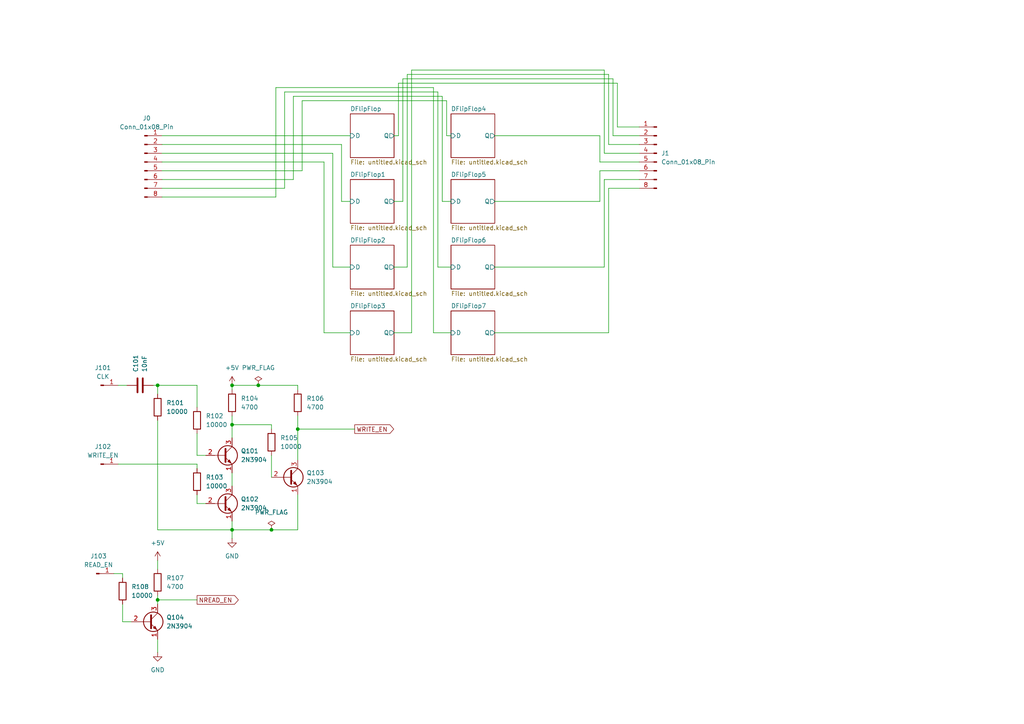
<source format=kicad_sch>
(kicad_sch (version 20250114) (generator "eeschema") (generator_version "9.0")
  (paper "A4")
  (lib_symbols
    (symbol "Connector:Conn_01x01_Pin" (pin_names (offset 1.016) (hide yes))
      (property "Reference" "J" (at 0 2.54 0))
      (property "Value" "Conn_01x01_Pin" (at 0 -2.54 0))
      (symbol "Conn_01x01_Pin_1_1"
        (rectangle (start 0.8636 0.127) (end 0 -0.127) (stroke (width 0.1524)) (fill (type outline)))
        (polyline (pts (xy 1.27 0) (xy 0.8636 0)) (stroke (width 0.1524)))
        (pin passive line (at 5.08 0 180) (length 3.81) (name "Pin_1") (number "1"))
      )
    )
    (symbol "Connector:Conn_01x08_Pin" (pin_names (offset 1.016) (hide yes))
      (property "Reference" "J" (at 0 10.16 0))
      (property "Value" "Conn_01x08_Pin" (at 0 -12.7 0))
      (symbol "Conn_01x08_Pin_1_1"
        (rectangle (start 0.8636 7.747) (end 0 7.493) (stroke (width 0.1524)) (fill (type outline)))
        (rectangle (start 0.8636 5.207) (end 0 4.953) (stroke (width 0.1524)) (fill (type outline)))
        (rectangle (start 0.8636 2.667) (end 0 2.413) (stroke (width 0.1524)) (fill (type outline)))
        (rectangle (start 0.8636 0.127) (end 0 -0.127) (stroke (width 0.1524)) (fill (type outline)))
        (rectangle (start 0.8636 -2.413) (end 0 -2.667) (stroke (width 0.1524)) (fill (type outline)))
        (rectangle (start 0.8636 -4.953) (end 0 -5.207) (stroke (width 0.1524)) (fill (type outline)))
        (rectangle (start 0.8636 -7.493) (end 0 -7.747) (stroke (width 0.1524)) (fill (type outline)))
        (rectangle (start 0.8636 -10.033) (end 0 -10.287) (stroke (width 0.1524)) (fill (type outline)))
        (polyline (pts (xy 1.27 7.62) (xy 0.8636 7.62)) (stroke (width 0.1524)))
        (polyline (pts (xy 1.27 5.08) (xy 0.8636 5.08)) (stroke (width 0.1524)))
        (polyline (pts (xy 1.27 2.54) (xy 0.8636 2.54)) (stroke (width 0.1524)))
        (polyline (pts (xy 1.27 0) (xy 0.8636 0)) (stroke (width 0.1524)))
        (polyline (pts (xy 1.27 -2.54) (xy 0.8636 -2.54)) (stroke (width 0.1524)))
        (polyline (pts (xy 1.27 -5.08) (xy 0.8636 -5.08)) (stroke (width 0.1524)))
        (polyline (pts (xy 1.27 -7.62) (xy 0.8636 -7.62)) (stroke (width 0.1524)))
        (polyline (pts (xy 1.27 -10.16) (xy 0.8636 -10.16)) (stroke (width 0.1524)))
        (pin passive line (at 5.08 7.62 180) (length 3.81) (name "Pin_1") (number "1"))
        (pin passive line (at 5.08 5.08 180) (length 3.81) (name "Pin_2") (number "2"))
        (pin passive line (at 5.08 2.54 180) (length 3.81) (name "Pin_3") (number "3"))
        (pin passive line (at 5.08 0 180) (length 3.81) (name "Pin_4") (number "4"))
        (pin passive line (at 5.08 -2.54 180) (length 3.81) (name "Pin_5") (number "5"))
        (pin passive line (at 5.08 -5.08 180) (length 3.81) (name "Pin_6") (number "6"))
        (pin passive line (at 5.08 -7.62 180) (length 3.81) (name "Pin_7") (number "7"))
        (pin passive line (at 5.08 -10.16 180) (length 3.81) (name "Pin_8") (number "8"))
      )
    )
    (symbol "Device:C" (pin_numbers (hide yes)) (pin_names (offset 0.254))
      (property "Reference" "C" (at 0.635 2.54 0))
      (property "Value" "C" (at 0.635 -2.54 0))
      (symbol "C_0_1"
        (polyline (pts (xy -2.032 0.762) (xy 2.032 0.762)) (stroke (width 0.508)))
        (polyline (pts (xy -2.032 -0.762) (xy 2.032 -0.762)) (stroke (width 0.508)))
      )
      (symbol "C_1_1"
        (pin passive line (at 0 3.81 270) (length 2.794) (name "~") (number "1"))
        (pin passive line (at 0 -3.81 90) (length 2.794) (name "~") (number "2"))
      )
    )
    (symbol "Device:R" (pin_numbers (hide yes)) (pin_names (offset 0))
      (property "Reference" "R" (at 2.032 0 90))
      (property "Value" "R" (at 0 0 90))
      (symbol "R_0_1"
        (rectangle (start -1.016 -2.54) (end 1.016 2.54) (stroke (width 0.254)))
      )
      (symbol "R_1_1"
        (pin passive line (at 0 3.81 270) (length 1.27) (name "~") (number "1"))
        (pin passive line (at 0 -3.81 90) (length 1.27) (name "~") (number "2"))
      )
    )
    (symbol "Transistor_BJT:2N3904" (pin_names (offset 0) (hide yes))
      (property "Reference" "Q" (at 5.08 1.905 0))
      (property "Value" "2N3904" (at 5.08 0 0))
      (symbol "2N3904_0_1"
        (polyline (pts (xy -2.54 0) (xy 0.635 0)))
        (polyline (pts (xy 0.635 1.905) (xy 0.635 -1.905)) (stroke (width 0.508)))
        (circle (center 1.27 0) (radius 2.8194) (stroke (width 0.254)))
      )
      (symbol "2N3904_1_1"
        (polyline (pts (xy 0.635 0.635) (xy 2.54 2.54)))
        (polyline (pts (xy 0.635 -0.635) (xy 2.54 -2.54)))
        (polyline (pts (xy 1.27 -1.778) (xy 1.778 -1.27) (xy 2.286 -2.286) (xy 1.27 -1.778)) (fill (type outline)))
        (pin input line (at -5.08 0 0) (length 2.54) (name "B") (number "2"))
        (pin passive line (at 2.54 5.08 270) (length 2.54) (name "C") (number "3"))
        (pin passive line (at 2.54 -5.08 90) (length 2.54) (name "E") (number "1"))
      )
    )
    (symbol "power:+5V" (power) (pin_numbers (hide yes)) (pin_names (offset 0) (hide yes))
      (property "Value" "+5V" (at 0 3.556 0))
      (symbol "+5V_0_1"
        (polyline (pts (xy -0.762 1.27) (xy 0 2.54)))
        (polyline (pts (xy 0 2.54) (xy 0.762 1.27)))
        (polyline (pts (xy 0 0) (xy 0 2.54)))
      )
      (symbol "+5V_1_1"
        (pin power_in line (at 0 0 90) (length 0) (name "~") (number "1"))
      )
    )
    (symbol "power:GND" (power) (pin_numbers (hide yes)) (pin_names (offset 0) (hide yes))
      (property "Value" "GND" (at 0 -3.81 0))
      (symbol "GND_0_1"
        (polyline (pts (xy 0 0) (xy 0 -1.27) (xy 1.27 -1.27) (xy 0 -2.54) (xy -1.27 -1.27) (xy 0 -1.27)))
      )
      (symbol "GND_1_1"
        (pin power_in line (at 0 0 270) (length 0) (name "~") (number "1"))
      )
    )
    (symbol "power:PWR_FLAG" (power) (pin_numbers (hide yes)) (pin_names (offset 0) (hide yes))
      (property "Value" "PWR_FLAG" (at 0 3.81 0))
      (symbol "PWR_FLAG_0_0"
        (pin power_out line (at 0 0 90) (length 0) (name "~") (number "1"))
      )
      (symbol "PWR_FLAG_0_1"
        (polyline (pts (xy 0 0) (xy 0 1.27) (xy -1.016 1.905) (xy 0 2.54) (xy 1.016 1.905) (xy 0 1.27)))
      )
    )
  )
  (junction (at 67.31 153.67))
  (junction (at 67.31 123.19))
  (junction (at 45.72 173.99))
  (junction (at 74.93 111.76))
  (junction (at 86.36 124.46))
  (junction (at 45.72 111.76))
  (junction (at 67.31 111.76))
  (junction (at 78.74 153.67))
  (wire (pts (xy 114.3 77.47) (xy 118.11 77.47)))
  (wire (pts (xy 93.98 46.99) (xy 93.98 96.52)))
  (wire (pts (xy 173.99 49.53) (xy 185.42 49.53)))
  (wire (pts (xy 93.98 96.52) (xy 101.6 96.52)))
  (wire (pts (xy 115.57 39.37) (xy 115.57 24.13)))
  (wire (pts (xy 127 26.67) (xy 127 77.47)))
  (wire (pts (xy 86.36 120.65) (xy 86.36 124.46)))
  (wire (pts (xy 177.8 22.86) (xy 177.8 39.37)))
  (wire (pts (xy 78.74 153.67) (xy 67.31 153.67)))
  (wire (pts (xy 67.31 151.13) (xy 67.31 153.67)))
  (wire (pts (xy 45.72 153.67) (xy 67.31 153.67)))
  (wire (pts (xy 116.84 22.86) (xy 177.8 22.86)))
  (wire (pts (xy 86.36 153.67) (xy 78.74 153.67)))
  (wire (pts (xy 143.51 39.37) (xy 173.99 39.37)))
  (wire (pts (xy 86.36 143.51) (xy 86.36 153.67)))
  (wire (pts (xy 67.31 111.76) (xy 67.31 113.03)))
  (wire (pts (xy 57.15 134.62) (xy 57.15 135.89)))
  (wire (pts (xy 125.73 25.4) (xy 125.73 96.52)))
  (wire (pts (xy 173.99 39.37) (xy 173.99 46.99)))
  (wire (pts (xy 45.72 185.42) (xy 45.72 189.23)))
  (wire (pts (xy 67.31 153.67) (xy 67.31 156.21)))
  (wire (pts (xy 116.84 58.42) (xy 116.84 22.86)))
  (wire (pts (xy 86.36 133.35) (xy 86.36 124.46)))
  (wire (pts (xy 175.26 44.45) (xy 185.42 44.45)))
  (wire (pts (xy 176.53 96.52) (xy 176.53 54.61)))
  (wire (pts (xy 143.51 77.47) (xy 175.26 77.47)))
  (wire (pts (xy 57.15 125.73) (xy 57.15 132.08)))
  (wire (pts (xy 34.29 111.76) (xy 36.83 111.76)))
  (wire (pts (xy 179.07 24.13) (xy 179.07 36.83)))
  (wire (pts (xy 173.99 46.99) (xy 185.42 46.99)))
  (wire (pts (xy 82.55 54.61) (xy 82.55 26.67)))
  (wire (pts (xy 118.11 21.59) (xy 176.53 21.59)))
  (wire (pts (xy 86.36 111.76) (xy 74.93 111.76)))
  (wire (pts (xy 45.72 172.72) (xy 45.72 173.99)))
  (wire (pts (xy 57.15 146.05) (xy 59.69 146.05)))
  (wire (pts (xy 67.31 120.65) (xy 67.31 123.19)))
  (wire (pts (xy 57.15 118.11) (xy 57.15 111.76)))
  (wire (pts (xy 78.74 124.46) (xy 78.74 123.19)))
  (wire (pts (xy 173.99 58.42) (xy 173.99 49.53)))
  (wire (pts (xy 175.26 77.47) (xy 175.26 52.07)))
  (wire (pts (xy 46.99 57.15) (xy 80.01 57.15)))
  (wire (pts (xy 143.51 58.42) (xy 173.99 58.42)))
  (wire (pts (xy 175.26 20.32) (xy 175.26 44.45)))
  (wire (pts (xy 96.52 77.47) (xy 101.6 77.47)))
  (wire (pts (xy 57.15 143.51) (xy 57.15 146.05)))
  (wire (pts (xy 46.99 52.07) (xy 85.09 52.07)))
  (wire (pts (xy 127 77.47) (xy 130.81 77.47)))
  (wire (pts (xy 78.74 132.08) (xy 78.74 138.43)))
  (wire (pts (xy 44.45 111.76) (xy 45.72 111.76)))
  (wire (pts (xy 33.02 166.37) (xy 35.56 166.37)))
  (wire (pts (xy 57.15 132.08) (xy 59.69 132.08)))
  (wire (pts (xy 128.27 27.94) (xy 128.27 58.42)))
  (wire (pts (xy 46.99 39.37) (xy 101.6 39.37)))
  (wire (pts (xy 46.99 44.45) (xy 96.52 44.45)))
  (wire (pts (xy 176.53 21.59) (xy 176.53 41.91)))
  (wire (pts (xy 45.72 162.56) (xy 45.72 165.1)))
  (wire (pts (xy 67.31 123.19) (xy 67.31 127)))
  (wire (pts (xy 78.74 123.19) (xy 67.31 123.19)))
  (wire (pts (xy 176.53 54.61) (xy 185.42 54.61)))
  (wire (pts (xy 45.72 121.92) (xy 45.72 153.67)))
  (wire (pts (xy 35.56 180.34) (xy 38.1 180.34)))
  (wire (pts (xy 129.54 29.21) (xy 129.54 39.37)))
  (wire (pts (xy 67.31 111.76) (xy 74.93 111.76)))
  (wire (pts (xy 143.51 96.52) (xy 176.53 96.52)))
  (wire (pts (xy 118.11 77.47) (xy 118.11 21.59)))
  (wire (pts (xy 46.99 54.61) (xy 82.55 54.61)))
  (wire (pts (xy 35.56 175.26) (xy 35.56 180.34)))
  (wire (pts (xy 87.63 49.53) (xy 87.63 29.21)))
  (wire (pts (xy 86.36 124.46) (xy 102.87 124.46)))
  (wire (pts (xy 114.3 39.37) (xy 115.57 39.37)))
  (wire (pts (xy 80.01 57.15) (xy 80.01 25.4)))
  (wire (pts (xy 125.73 96.52) (xy 130.81 96.52)))
  (wire (pts (xy 115.57 24.13) (xy 179.07 24.13)))
  (wire (pts (xy 177.8 39.37) (xy 185.42 39.37)))
  (wire (pts (xy 35.56 166.37) (xy 35.56 167.64)))
  (wire (pts (xy 114.3 96.52) (xy 119.38 96.52)))
  (wire (pts (xy 46.99 49.53) (xy 87.63 49.53)))
  (wire (pts (xy 99.06 41.91) (xy 99.06 58.42)))
  (wire (pts (xy 175.26 52.07) (xy 185.42 52.07)))
  (wire (pts (xy 46.99 46.99) (xy 93.98 46.99)))
  (wire (pts (xy 114.3 58.42) (xy 116.84 58.42)))
  (wire (pts (xy 45.72 173.99) (xy 45.72 175.26)))
  (wire (pts (xy 45.72 111.76) (xy 45.72 114.3)))
  (wire (pts (xy 87.63 29.21) (xy 129.54 29.21)))
  (wire (pts (xy 46.99 41.91) (xy 99.06 41.91)))
  (wire (pts (xy 34.29 134.62) (xy 57.15 134.62)))
  (wire (pts (xy 119.38 20.32) (xy 175.26 20.32)))
  (wire (pts (xy 82.55 26.67) (xy 127 26.67)))
  (wire (pts (xy 119.38 96.52) (xy 119.38 20.32)))
  (wire (pts (xy 86.36 111.76) (xy 86.36 113.03)))
  (wire (pts (xy 45.72 111.76) (xy 57.15 111.76)))
  (wire (pts (xy 45.72 173.99) (xy 57.15 173.99)))
  (wire (pts (xy 99.06 58.42) (xy 101.6 58.42)))
  (wire (pts (xy 85.09 52.07) (xy 85.09 27.94)))
  (wire (pts (xy 129.54 39.37) (xy 130.81 39.37)))
  (wire (pts (xy 80.01 25.4) (xy 125.73 25.4)))
  (wire (pts (xy 96.52 44.45) (xy 96.52 77.47)))
  (wire (pts (xy 179.07 36.83) (xy 185.42 36.83)))
  (wire (pts (xy 128.27 58.42) (xy 130.81 58.42)))
  (wire (pts (xy 67.31 137.16) (xy 67.31 140.97)))
  (wire (pts (xy 176.53 41.91) (xy 185.42 41.91)))
  (wire (pts (xy 85.09 27.94) (xy 128.27 27.94)))
  (global_label "NREAD_EN" (shape output) (at 57.15 173.99 0) (property "Intersheetrefs" "${INTERSHEET_REFS}" (effects (hide yes))))
  (global_label "WRITE_EN" (shape output) (at 102.87 124.46 0) (property "Intersheetrefs" "${INTERSHEET_REFS}" (effects (hide yes))))
  (symbol (lib_id "Device:R") (at 67.31 116.84 0) (unit 1)
    (property "Reference" "R104" (at 69.85 115.5699 0) (effects (justify left)))
    (property "Value" "4700" (at 69.85 118.1099 0) (effects (justify left)))
    (property "Footprint" "Resistor_SMD:R_0805_2012Metric" (effects (hide yes)))
    (property "Description" "Resistor" (effects (hide yes)))
  )
  (symbol (lib_id "Device:R") (at 57.15 139.7 0) (unit 1)
    (property "Reference" "R103" (at 59.69 138.4299 0) (effects (justify left)))
    (property "Value" "10000" (at 59.69 140.9699 0) (effects (justify left)))
    (property "Footprint" "Resistor_SMD:R_0805_2012Metric" (effects (hide yes)))
    (property "Description" "Resistor" (effects (hide yes)))
  )
  (symbol (lib_id "Connector:Conn_01x01_Pin") (at 27.94 166.37 0) (unit 1)
    (property "Reference" "J103" (at 28.575 161.29 0))
    (property "Value" "READ_EN" (at 28.575 163.83 0))
    (property "Footprint" "Connector_PinHeader_2.54mm:PinHeader_1x01_P2.54mm_Vertical" (effects (hide yes)))
    (property "Description" "Generic connector, single row, 01x01, script generated" (effects (hide yes)))
  )
  (symbol (lib_id "Device:R") (at 78.74 128.27 0) (unit 1)
    (property "Reference" "R105" (at 81.28 126.9999 0) (effects (justify left)))
    (property "Value" "10000" (at 81.28 129.5399 0) (effects (justify left)))
    (property "Footprint" "Resistor_SMD:R_0805_2012Metric" (effects (hide yes)))
    (property "Description" "Resistor" (effects (hide yes)))
  )
  (symbol (lib_id "Device:R") (at 45.72 168.91 0) (unit 1)
    (property "Reference" "R107" (at 48.26 167.6399 0) (effects (justify left)))
    (property "Value" "4700" (at 48.26 170.1799 0) (effects (justify left)))
    (property "Footprint" "Resistor_SMD:R_0805_2012Metric" (effects (hide yes)))
    (property "Description" "Resistor" (effects (hide yes)))
  )
  (symbol (lib_id "power:GND") (at 45.72 189.23 0) (unit 1)
    (property "Reference" "#PWR0104" (effects (hide yes)))
    (property "Value" "GND" (at 45.72 194.31 0))
    (property "Description" "Power symbol creates a global label with name \"GND\" , ground" (effects (hide yes)))
  )
  (symbol (lib_id "Device:R") (at 57.15 121.92 0) (unit 1)
    (property "Reference" "R102" (at 59.69 120.6499 0) (effects (justify left)))
    (property "Value" "10000" (at 59.69 123.1899 0) (effects (justify left)))
    (property "Footprint" "Resistor_SMD:R_0805_2012Metric" (effects (hide yes)))
    (property "Description" "Resistor" (effects (hide yes)))
  )
  (symbol (lib_id "power:PWR_FLAG") (at 78.74 153.67 0) (unit 1)
    (property "Reference" "#FLG0102" (effects (hide yes)))
    (property "Value" "PWR_FLAG" (at 78.74 148.59 0))
    (property "Description" "Special symbol for telling ERC where power comes from" (effects (hide yes)))
  )
  (symbol (lib_id "power:PWR_FLAG") (at 74.93 111.76 0) (unit 1)
    (property "Reference" "#FLG0101" (effects (hide yes)))
    (property "Value" "PWR_FLAG" (at 74.93 106.68 0))
    (property "Description" "Special symbol for telling ERC where power comes from" (effects (hide yes)))
  )
  (symbol (lib_id "power:+5V") (at 45.72 162.56 0) (unit 1)
    (property "Reference" "#PWR0101" (effects (hide yes)))
    (property "Value" "+5V" (at 45.72 157.48 0))
    (property "Description" "Power symbol creates a global label with name \"+5V\"" (effects (hide yes)))
  )
  (symbol (lib_id "Connector:Conn_01x01_Pin") (at 29.21 134.62 0) (unit 1)
    (property "Reference" "J102" (at 29.845 129.54 0))
    (property "Value" "WRITE_EN" (at 29.845 132.08 0))
    (property "Footprint" "Connector_PinHeader_2.54mm:PinHeader_1x01_P2.54mm_Vertical" (effects (hide yes)))
    (property "Description" "Generic connector, single row, 01x01, script generated" (effects (hide yes)))
  )
  (symbol (lib_id "power:GND") (at 67.31 156.21 0) (unit 1)
    (property "Reference" "#PWR0103" (effects (hide yes)))
    (property "Value" "GND" (at 67.31 161.29 0))
    (property "Description" "Power symbol creates a global label with name \"GND\" , ground" (effects (hide yes)))
  )
  (symbol (lib_id "power:+5V") (at 67.31 111.76 0) (unit 1)
    (property "Reference" "#PWR0102" (effects (hide yes)))
    (property "Value" "+5V" (at 67.31 106.68 0))
    (property "Description" "Power symbol creates a global label with name \"+5V\"" (effects (hide yes)))
  )
  (symbol (lib_id "Connector:Conn_01x08_Pin") (at 190.5 44.45 0) (mirror y) (unit 1)
    (property "Reference" "J1" (at 191.77 44.4499 0) (effects (justify right)))
    (property "Value" "Conn_01x08_Pin" (at 191.77 46.9899 0) (effects (justify right)))
    (property "Footprint" "Connector_PinHeader_2.54mm:PinHeader_1x08_P2.54mm_Vertical" (effects (hide yes)))
    (property "Description" "Generic connector, single row, 01x08, script generated" (effects (hide yes)))
  )
  (symbol (lib_id "Transistor_BJT:2N3904") (at 64.77 146.05 0) (unit 1)
    (property "Reference" "Q102" (at 69.85 144.7799 0) (effects (justify left)))
    (property "Value" "2N3904" (at 69.85 147.3199 0) (effects (justify left)))
    (property "Footprint" "Package_TO_SOT_THT:TO-92_Inline" (effects (hide yes)))
    (property "Datasheet" "https://www.onsemi.com/pub/Collateral/2N3903-D.PDF" (effects (hide yes)))
    (property "Description" "0.2A Ic, 40V Vce, Small Signal NPN Transistor, TO-92" (effects (hide yes)))
    (property "Sim.Device" "NPN" (effects (hide yes)))
    (property "Sim.Pins" "1=E 2=B 3=C" (effects (hide yes)))
  )
  (symbol (lib_id "Device:C") (at 40.64 111.76 90) (unit 1)
    (property "Reference" "C101" (at 39.3699 107.95 0) (effects (justify left)))
    (property "Value" "10nF" (at 41.9099 107.95 0) (effects (justify left)))
    (property "Footprint" "Capacitor_THT:C_Disc_D5.0mm_W2.5mm_P5.00mm" (effects (hide yes)))
    (property "Description" "Unpolarized capacitor" (effects (hide yes)))
  )
  (symbol (lib_id "Transistor_BJT:2N3904") (at 83.82 138.43 0) (unit 1)
    (property "Reference" "Q103" (at 88.9 137.1599 0) (effects (justify left)))
    (property "Value" "2N3904" (at 88.9 139.6999 0) (effects (justify left)))
    (property "Footprint" "Package_TO_SOT_THT:TO-92_Inline" (effects (hide yes)))
    (property "Datasheet" "https://www.onsemi.com/pub/Collateral/2N3903-D.PDF" (effects (hide yes)))
    (property "Description" "0.2A Ic, 40V Vce, Small Signal NPN Transistor, TO-92" (effects (hide yes)))
    (property "Sim.Device" "NPN" (effects (hide yes)))
    (property "Sim.Pins" "1=E 2=B 3=C" (effects (hide yes)))
  )
  (symbol (lib_id "Connector:Conn_01x08_Pin") (at 41.91 46.99 0) (unit 1)
    (property "Reference" "J0" (at 42.545 34.29 0))
    (property "Value" "Conn_01x08_Pin" (at 42.545 36.83 0))
    (property "Footprint" "Connector_PinHeader_2.54mm:PinHeader_1x08_P2.54mm_Vertical" (effects (hide yes)))
    (property "Description" "Generic connector, single row, 01x08, script generated" (effects (hide yes)))
  )
  (symbol (lib_id "Device:R") (at 35.56 171.45 0) (unit 1)
    (property "Reference" "R108" (at 38.1 170.1799 0) (effects (justify left)))
    (property "Value" "10000" (at 38.1 172.7199 0) (effects (justify left)))
    (property "Footprint" "Resistor_SMD:R_0805_2012Metric" (effects (hide yes)))
    (property "Description" "Resistor" (effects (hide yes)))
  )
  (symbol (lib_id "Device:R") (at 86.36 116.84 0) (unit 1)
    (property "Reference" "R106" (at 88.9 115.5699 0) (effects (justify left)))
    (property "Value" "4700" (at 88.9 118.1099 0) (effects (justify left)))
    (property "Footprint" "Resistor_SMD:R_0805_2012Metric" (effects (hide yes)))
    (property "Description" "Resistor" (effects (hide yes)))
  )
  (symbol (lib_id "Transistor_BJT:2N3904") (at 64.77 132.08 0) (unit 1)
    (property "Reference" "Q101" (at 69.85 130.8099 0) (effects (justify left)))
    (property "Value" "2N3904" (at 69.85 133.3499 0) (effects (justify left)))
    (property "Footprint" "Package_TO_SOT_THT:TO-92_Inline" (effects (hide yes)))
    (property "Datasheet" "https://www.onsemi.com/pub/Collateral/2N3903-D.PDF" (effects (hide yes)))
    (property "Description" "0.2A Ic, 40V Vce, Small Signal NPN Transistor, TO-92" (effects (hide yes)))
    (property "Sim.Device" "NPN" (effects (hide yes)))
    (property "Sim.Pins" "1=E 2=B 3=C" (effects (hide yes)))
  )
  (symbol (lib_id "Device:R") (at 45.72 118.11 0) (unit 1)
    (property "Reference" "R101" (at 48.26 116.8399 0) (effects (justify left)))
    (property "Value" "10000" (at 48.26 119.3799 0) (effects (justify left)))
    (property "Footprint" "Resistor_SMD:R_0805_2012Metric" (effects (hide yes)))
    (property "Description" "Resistor" (effects (hide yes)))
  )
  (symbol (lib_id "Connector:Conn_01x01_Pin") (at 29.21 111.76 0) (unit 1)
    (property "Reference" "J101" (at 29.845 106.68 0))
    (property "Value" "CLK" (at 29.845 109.22 0))
    (property "Description" "Generic connector, single row, 01x01, script generated" (effects (hide yes)))
  )
  (symbol (lib_id "Transistor_BJT:2N3904") (at 43.18 180.34 0) (unit 1)
    (property "Reference" "Q104" (at 48.26 179.0699 0) (effects (justify left)))
    (property "Value" "2N3904" (at 48.26 181.6099 0) (effects (justify left)))
    (property "Footprint" "Package_TO_SOT_THT:TO-92_Inline" (effects (hide yes)))
    (property "Datasheet" "https://www.onsemi.com/pub/Collateral/2N3903-D.PDF" (effects (hide yes)))
    (property "Description" "0.2A Ic, 40V Vce, Small Signal NPN Transistor, TO-92" (effects (hide yes)))
    (property "Sim.Device" "NPN" (effects (hide yes)))
    (property "Sim.Pins" "1=E 2=B 3=C" (effects (hide yes)))
  )
  (sheet (at 101.6 33.02) (size 12.7 12.7) (stroke (width 0.1524))
    (property "Sheetname" "DFlipFlop" (at 101.6 32.3084 0) (effects (justify left bottom)))
    (property "Sheetfile" "untitled.kicad_sch" (at 101.6 46.3046 0) (effects (justify left top)))
    (pin "D" input (at 101.6 39.37 180))
    (pin "Q" output (at 114.3 39.37 0))
  )
  (sheet (at 130.81 33.02) (size 12.7 12.7) (stroke (width 0.1524))
    (property "Sheetname" "DFlipFlop4" (at 130.81 32.3084 0) (effects (justify left bottom)))
    (property "Sheetfile" "untitled.kicad_sch" (at 130.81 46.3046 0) (effects (justify left top)))
    (pin "D" input (at 130.81 39.37 180))
    (pin "Q" output (at 143.51 39.37 0))
  )
  (sheet (at 130.81 90.17) (size 12.7 12.7) (stroke (width 0.1524))
    (property "Sheetname" "DFlipFlop7" (at 130.81 89.4584 0) (effects (justify left bottom)))
    (property "Sheetfile" "untitled.kicad_sch" (at 130.81 103.4546 0) (effects (justify left top)))
    (pin "D" input (at 130.81 96.52 180))
    (pin "Q" output (at 143.51 96.52 0))
  )
  (sheet (at 130.81 52.07) (size 12.7 12.7) (stroke (width 0.1524))
    (property "Sheetname" "DFlipFlop5" (at 130.81 51.3584 0) (effects (justify left bottom)))
    (property "Sheetfile" "untitled.kicad_sch" (at 130.81 65.3546 0) (effects (justify left top)))
    (pin "D" input (at 130.81 58.42 180))
    (pin "Q" output (at 143.51 58.42 0))
  )
  (sheet (at 101.6 71.12) (size 12.7 12.7) (stroke (width 0.1524))
    (property "Sheetname" "DFlipFlop2" (at 101.6 70.4084 0) (effects (justify left bottom)))
    (property "Sheetfile" "untitled.kicad_sch" (at 101.6 84.4046 0) (effects (justify left top)))
    (pin "D" input (at 101.6 77.47 180))
    (pin "Q" output (at 114.3 77.47 0))
  )
  (sheet (at 130.81 71.12) (size 12.7 12.7) (stroke (width 0.1524))
    (property "Sheetname" "DFlipFlop6" (at 130.81 70.4084 0) (effects (justify left bottom)))
    (property "Sheetfile" "untitled.kicad_sch" (at 130.81 84.4046 0) (effects (justify left top)))
    (pin "D" input (at 130.81 77.47 180))
    (pin "Q" output (at 143.51 77.47 0))
  )
  (sheet (at 101.6 52.07) (size 12.7 12.7) (stroke (width 0.1524))
    (property "Sheetname" "DFlipFlop1" (at 101.6 51.3584 0) (effects (justify left bottom)))
    (property "Sheetfile" "untitled.kicad_sch" (at 101.6 65.3546 0) (effects (justify left top)))
    (pin "D" input (at 101.6 58.42 180))
    (pin "Q" output (at 114.3 58.42 0))
  )
  (sheet (at 101.6 90.17) (size 12.7 12.7) (stroke (width 0.1524))
    (property "Sheetname" "DFlipFlop3" (at 101.6 89.4584 0) (effects (justify left bottom)))
    (property "Sheetfile" "untitled.kicad_sch" (at 101.6 103.4546 0) (effects (justify left top)))
    (pin "D" input (at 101.6 96.52 180))
    (pin "Q" output (at 114.3 96.52 0))
  )
)
</source>
